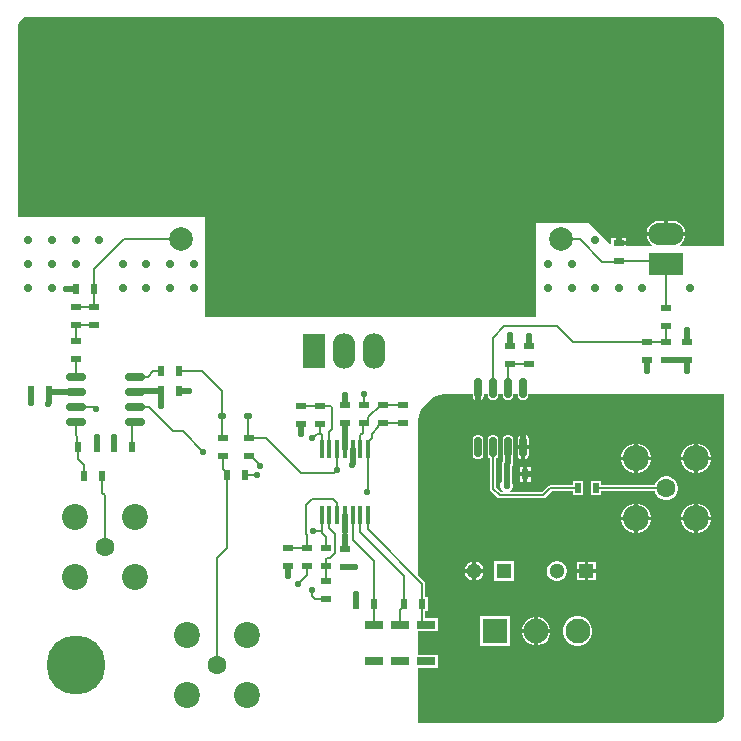
<source format=gtl>
G04*
G04 #@! TF.GenerationSoftware,Altium Limited,Altium Designer,21.9.1 (22)*
G04*
G04 Layer_Physical_Order=1*
G04 Layer_Color=255*
%FSAX44Y44*%
%MOMM*%
G71*
G04*
G04 #@! TF.SameCoordinates,0D14A302-91A5-4368-AE17-AEAA60D505F3*
G04*
G04*
G04 #@! TF.FilePolarity,Positive*
G04*
G01*
G75*
%ADD12C,0.2000*%
%ADD29C,2.1000*%
%ADD36C,2.2000*%
%ADD40R,0.9500X0.6000*%
%ADD41R,0.6000X0.9500*%
G04:AMPARAMS|DCode=42|XSize=0.6mm|YSize=1.7mm|CornerRadius=0.15mm|HoleSize=0mm|Usage=FLASHONLY|Rotation=0.000|XOffset=0mm|YOffset=0mm|HoleType=Round|Shape=RoundedRectangle|*
%AMROUNDEDRECTD42*
21,1,0.6000,1.4000,0,0,0.0*
21,1,0.3000,1.7000,0,0,0.0*
1,1,0.3000,0.1500,-0.7000*
1,1,0.3000,-0.1500,-0.7000*
1,1,0.3000,-0.1500,0.7000*
1,1,0.3000,0.1500,0.7000*
%
%ADD42ROUNDEDRECTD42*%
G04:AMPARAMS|DCode=43|XSize=0.6mm|YSize=1.7mm|CornerRadius=0.15mm|HoleSize=0mm|Usage=FLASHONLY|Rotation=270.000|XOffset=0mm|YOffset=0mm|HoleType=Round|Shape=RoundedRectangle|*
%AMROUNDEDRECTD43*
21,1,0.6000,1.4000,0,0,270.0*
21,1,0.3000,1.7000,0,0,270.0*
1,1,0.3000,-0.7000,-0.1500*
1,1,0.3000,-0.7000,0.1500*
1,1,0.3000,0.7000,0.1500*
1,1,0.3000,0.7000,-0.1500*
%
%ADD43ROUNDEDRECTD43*%
G04:AMPARAMS|DCode=44|XSize=0.6mm|YSize=0.5mm|CornerRadius=0.125mm|HoleSize=0mm|Usage=FLASHONLY|Rotation=180.000|XOffset=0mm|YOffset=0mm|HoleType=Round|Shape=RoundedRectangle|*
%AMROUNDEDRECTD44*
21,1,0.6000,0.2500,0,0,180.0*
21,1,0.3500,0.5000,0,0,180.0*
1,1,0.2500,-0.1750,0.1250*
1,1,0.2500,0.1750,0.1250*
1,1,0.2500,0.1750,-0.1250*
1,1,0.2500,-0.1750,-0.1250*
%
%ADD44ROUNDEDRECTD44*%
%ADD45O,0.4000X1.6000*%
%ADD46R,1.6500X0.8000*%
%ADD47C,0.5000*%
%ADD48C,0.0889*%
%ADD49C,5.0000*%
%ADD50C,1.6000*%
%ADD51C,2.0000*%
%ADD52O,3.0000X1.9000*%
%ADD53R,3.0000X1.9000*%
%ADD54R,1.9000X3.0000*%
%ADD55O,1.9000X3.0000*%
%ADD56R,1.3000X1.3000*%
%ADD57C,1.3000*%
%ADD58R,2.1000X2.1000*%
%ADD59C,0.7000*%
%ADD60C,0.5400*%
G36*
X00592625Y00598654D02*
X00594263Y00597976D01*
X00595737Y00596991D01*
X00596991Y00595737D01*
X00597976Y00594263D01*
X00598654Y00592625D01*
X00599000Y00590886D01*
Y00590000D01*
Y00405000D01*
X00562102D01*
X00561671Y00406270D01*
X00563345Y00407555D01*
X00565108Y00409853D01*
X00566217Y00412528D01*
X00566397Y00413900D01*
X00550000D01*
X00533603D01*
X00533783Y00412528D01*
X00534892Y00409853D01*
X00536655Y00407555D01*
X00538329Y00406270D01*
X00537898Y00405000D01*
X00516250D01*
Y00406250D01*
X00510000D01*
Y00407750D01*
X00508500D01*
Y00412250D01*
X00503750D01*
Y00406909D01*
X00502577Y00406423D01*
X00484000Y00425000D01*
X00440000D01*
Y00345000D01*
X00160000D01*
Y00430000D01*
X00001000D01*
Y00590000D01*
Y00590886D01*
X00001346Y00592625D01*
X00002024Y00594263D01*
X00003009Y00595737D01*
X00004263Y00596991D01*
X00005737Y00597976D01*
X00007375Y00598654D01*
X00009114Y00599000D01*
X00590886D01*
X00592625Y00598654D01*
D02*
G37*
G36*
X00392450Y00274941D02*
X00393620Y00275174D01*
X00394613Y00275837D01*
X00395276Y00276829D01*
X00395509Y00278000D01*
Y00280000D01*
X00399326D01*
Y00278000D01*
X00399541Y00276919D01*
X00400153Y00276003D01*
X00401069Y00275391D01*
X00402150Y00275176D01*
X00405150D01*
X00406231Y00275391D01*
X00407147Y00276003D01*
X00407759Y00276919D01*
X00407974Y00278000D01*
Y00280000D01*
X00412026D01*
Y00278000D01*
X00412241Y00276919D01*
X00412853Y00276003D01*
X00413769Y00275391D01*
X00414850Y00275176D01*
X00417850D01*
X00418931Y00275391D01*
X00419847Y00276003D01*
X00420459Y00276919D01*
X00420674Y00278000D01*
Y00280000D01*
X00424726D01*
Y00278000D01*
X00424941Y00276919D01*
X00425553Y00276003D01*
X00426469Y00275391D01*
X00427550Y00275176D01*
X00430550D01*
X00431631Y00275391D01*
X00432547Y00276003D01*
X00433159Y00276919D01*
X00433374Y00278000D01*
Y00280000D01*
X00599000D01*
Y00010000D01*
Y00009114D01*
X00598654Y00007375D01*
X00597976Y00005737D01*
X00596991Y00004263D01*
X00595737Y00003009D01*
X00594263Y00002024D01*
X00592625Y00001346D01*
X00590886Y00001000D01*
X00340000D01*
Y00048230D01*
X00356520D01*
Y00058770D01*
X00340000D01*
Y00079230D01*
X00356520D01*
Y00089770D01*
X00346299D01*
Y00095980D01*
X00348020D01*
Y00108020D01*
X00346299D01*
Y00119250D01*
X00346105Y00120225D01*
X00345552Y00121052D01*
X00340000Y00126605D01*
Y00254600D01*
Y00257102D01*
X00340976Y00262009D01*
X00342891Y00266631D01*
X00345671Y00270791D01*
X00349208Y00274329D01*
X00353369Y00277109D01*
X00357991Y00279024D01*
X00362898Y00280000D01*
X00386391D01*
Y00278000D01*
X00386624Y00276829D01*
X00387287Y00275837D01*
X00388279Y00275174D01*
X00389450Y00274941D01*
Y00285000D01*
X00392450D01*
Y00274941D01*
D02*
G37*
%LPC*%
G36*
X00555500Y00426495D02*
X00551500D01*
Y00416900D01*
X00566397D01*
X00566217Y00418272D01*
X00565108Y00420947D01*
X00563345Y00423245D01*
X00561047Y00425009D01*
X00558372Y00426117D01*
X00555500Y00426495D01*
D02*
G37*
G36*
X00548500D02*
X00544500D01*
X00541628Y00426117D01*
X00538952Y00425009D01*
X00536655Y00423245D01*
X00534892Y00420947D01*
X00533783Y00418272D01*
X00533603Y00416900D01*
X00548500D01*
Y00426495D01*
D02*
G37*
G36*
X00516250Y00412250D02*
X00511500D01*
Y00409250D01*
X00516250D01*
Y00412250D01*
D02*
G37*
G36*
X00430550Y00245059D02*
Y00236500D01*
X00433609D01*
Y00242000D01*
X00433376Y00243171D01*
X00432713Y00244163D01*
X00431721Y00244826D01*
X00430550Y00245059D01*
D02*
G37*
G36*
X00427550D02*
X00426380Y00244826D01*
X00425387Y00244163D01*
X00424724Y00243171D01*
X00424491Y00242000D01*
Y00236500D01*
X00427550D01*
Y00245059D01*
D02*
G37*
G36*
X00577046Y00237900D02*
X00576900D01*
Y00226900D01*
X00587900D01*
Y00227046D01*
X00587048Y00230225D01*
X00585402Y00233075D01*
X00583075Y00235403D01*
X00580225Y00237048D01*
X00577046Y00237900D01*
D02*
G37*
G36*
X00573900D02*
X00573754D01*
X00570575Y00237048D01*
X00567725Y00235403D01*
X00565397Y00233075D01*
X00563752Y00230225D01*
X00562900Y00227046D01*
Y00226900D01*
X00573900D01*
Y00237900D01*
D02*
G37*
G36*
X00526246D02*
X00526100D01*
Y00226900D01*
X00537100D01*
Y00227046D01*
X00536248Y00230225D01*
X00534603Y00233075D01*
X00532275Y00235403D01*
X00529425Y00237048D01*
X00526246Y00237900D01*
D02*
G37*
G36*
X00523100D02*
X00522954D01*
X00519775Y00237048D01*
X00516925Y00235403D01*
X00514598Y00233075D01*
X00512952Y00230225D01*
X00512100Y00227046D01*
Y00226900D01*
X00523100D01*
Y00237900D01*
D02*
G37*
G36*
X00392450Y00244824D02*
X00389450D01*
X00388369Y00244609D01*
X00387453Y00243997D01*
X00386841Y00243081D01*
X00386626Y00242000D01*
Y00228000D01*
X00386841Y00226919D01*
X00387453Y00226003D01*
X00388369Y00225391D01*
X00389450Y00225176D01*
X00392450D01*
X00393531Y00225391D01*
X00394447Y00226003D01*
X00395059Y00226919D01*
X00395274Y00228000D01*
Y00242000D01*
X00395059Y00243081D01*
X00394447Y00243997D01*
X00393531Y00244609D01*
X00392450Y00244824D01*
D02*
G37*
G36*
X00433609Y00233500D02*
X00430550D01*
Y00224941D01*
X00431721Y00225174D01*
X00432713Y00225837D01*
X00433376Y00226829D01*
X00433609Y00228000D01*
Y00233500D01*
D02*
G37*
G36*
X00427550D02*
X00424491D01*
Y00228000D01*
X00424724Y00226829D01*
X00425387Y00225837D01*
X00426380Y00225174D01*
X00427550Y00224941D01*
Y00233500D01*
D02*
G37*
G36*
X00435250Y00218250D02*
X00432250D01*
Y00213500D01*
X00435250D01*
Y00218250D01*
D02*
G37*
G36*
X00429250D02*
X00426250D01*
Y00213500D01*
X00429250D01*
Y00218250D01*
D02*
G37*
G36*
X00587900Y00223900D02*
X00576900D01*
Y00212900D01*
X00577046D01*
X00580225Y00213752D01*
X00583075Y00215397D01*
X00585402Y00217725D01*
X00587048Y00220575D01*
X00587900Y00223754D01*
Y00223900D01*
D02*
G37*
G36*
X00573900D02*
X00562900D01*
Y00223754D01*
X00563752Y00220575D01*
X00565397Y00217725D01*
X00567725Y00215397D01*
X00570575Y00213752D01*
X00573754Y00212900D01*
X00573900D01*
Y00223900D01*
D02*
G37*
G36*
X00537100Y00223900D02*
X00526100D01*
Y00212900D01*
X00526246D01*
X00529425Y00213752D01*
X00532275Y00215397D01*
X00534603Y00217725D01*
X00536248Y00220575D01*
X00537100Y00223754D01*
Y00223900D01*
D02*
G37*
G36*
X00523100D02*
X00512100D01*
Y00223754D01*
X00512952Y00220575D01*
X00514598Y00217725D01*
X00516925Y00215397D01*
X00519775Y00213752D01*
X00522954Y00212900D01*
X00523100D01*
Y00223900D01*
D02*
G37*
G36*
X00435250Y00210500D02*
X00432250D01*
Y00205750D01*
X00435250D01*
Y00210500D01*
D02*
G37*
G36*
X00429250D02*
X00426250D01*
Y00205750D01*
X00429250D01*
Y00210500D01*
D02*
G37*
G36*
X00551316Y00210000D02*
X00548684D01*
X00546140Y00209319D01*
X00543860Y00208002D01*
X00541998Y00206140D01*
X00540681Y00203860D01*
X00540330Y00202549D01*
X00495020D01*
Y00206020D01*
X00486480D01*
Y00193980D01*
X00495020D01*
Y00197451D01*
X00540330D01*
X00540681Y00196140D01*
X00541998Y00193860D01*
X00543860Y00191998D01*
X00546140Y00190681D01*
X00548684Y00190000D01*
X00551316D01*
X00553860Y00190681D01*
X00556140Y00191998D01*
X00558002Y00193860D01*
X00559319Y00196140D01*
X00560000Y00198683D01*
Y00201317D01*
X00559319Y00203860D01*
X00558002Y00206140D01*
X00556140Y00208002D01*
X00553860Y00209319D01*
X00551316Y00210000D01*
D02*
G37*
G36*
X00417850Y00244824D02*
X00414850D01*
X00413769Y00244609D01*
X00412853Y00243997D01*
X00412241Y00243081D01*
X00412026Y00242000D01*
Y00228000D01*
X00412241Y00226919D01*
X00412272Y00226873D01*
Y00222942D01*
X00411482Y00221761D01*
X00411172Y00220200D01*
X00411172Y00220200D01*
Y00218020D01*
X00410980D01*
Y00205980D01*
X00410980D01*
X00410558Y00204968D01*
X00409760Y00203042D01*
Y00200958D01*
X00410558Y00199032D01*
X00411771Y00197819D01*
X00411418Y00196605D01*
X00411381Y00196549D01*
X00410056D01*
X00406199Y00200406D01*
Y00225384D01*
X00406231Y00225391D01*
X00407147Y00226003D01*
X00407759Y00226919D01*
X00407974Y00228000D01*
Y00242000D01*
X00407759Y00243081D01*
X00407147Y00243997D01*
X00406231Y00244609D01*
X00405150Y00244824D01*
X00402150D01*
X00401069Y00244609D01*
X00400153Y00243997D01*
X00399541Y00243081D01*
X00399326Y00242000D01*
Y00228000D01*
X00399541Y00226919D01*
X00400153Y00226003D01*
X00401069Y00225391D01*
X00401101Y00225384D01*
Y00199350D01*
X00401295Y00198375D01*
X00401848Y00197548D01*
X00407198Y00192198D01*
X00408024Y00191645D01*
X00409000Y00191451D01*
X00446000D01*
X00446976Y00191645D01*
X00447802Y00192198D01*
X00453056Y00197451D01*
X00470980D01*
Y00193980D01*
X00479520D01*
Y00206020D01*
X00470980D01*
Y00202549D01*
X00452000D01*
X00451025Y00202355D01*
X00450198Y00201802D01*
X00444944Y00196549D01*
X00418619D01*
X00418582Y00196605D01*
X00418229Y00197819D01*
X00419442Y00199032D01*
X00420240Y00200958D01*
Y00203042D01*
X00419545Y00204720D01*
X00419520Y00205980D01*
X00419520Y00205980D01*
X00419520Y00205980D01*
Y00218020D01*
X00419520Y00218020D01*
X00419520D01*
X00419520Y00218020D01*
X00419753Y00219193D01*
X00420118Y00219739D01*
X00420428Y00221300D01*
Y00226873D01*
X00420459Y00226919D01*
X00420674Y00228000D01*
Y00242000D01*
X00420459Y00243081D01*
X00419847Y00243997D01*
X00418931Y00244609D01*
X00417850Y00244824D01*
D02*
G37*
G36*
X00577046Y00187100D02*
X00576900D01*
Y00176100D01*
X00587900D01*
Y00176246D01*
X00587048Y00179425D01*
X00585402Y00182275D01*
X00583075Y00184603D01*
X00580225Y00186248D01*
X00577046Y00187100D01*
D02*
G37*
G36*
X00573900D02*
X00573754D01*
X00570575Y00186248D01*
X00567725Y00184603D01*
X00565397Y00182275D01*
X00563752Y00179425D01*
X00562900Y00176246D01*
Y00176100D01*
X00573900D01*
Y00187100D01*
D02*
G37*
G36*
X00526246D02*
X00526100D01*
Y00176100D01*
X00537100D01*
Y00176246D01*
X00536248Y00179425D01*
X00534603Y00182275D01*
X00532275Y00184603D01*
X00529425Y00186248D01*
X00526246Y00187100D01*
D02*
G37*
G36*
X00523100D02*
X00522954D01*
X00519775Y00186248D01*
X00516925Y00184603D01*
X00514598Y00182275D01*
X00512952Y00179425D01*
X00512100Y00176246D01*
Y00176100D01*
X00523100D01*
Y00187100D01*
D02*
G37*
G36*
X00587900Y00173100D02*
X00576900D01*
Y00162100D01*
X00577046D01*
X00580225Y00162952D01*
X00583075Y00164597D01*
X00585402Y00166925D01*
X00587048Y00169775D01*
X00587900Y00172954D01*
Y00173100D01*
D02*
G37*
G36*
X00573900D02*
X00562900D01*
Y00172954D01*
X00563752Y00169775D01*
X00565397Y00166925D01*
X00567725Y00164597D01*
X00570575Y00162952D01*
X00573754Y00162100D01*
X00573900D01*
Y00173100D01*
D02*
G37*
G36*
X00537100Y00173100D02*
X00526100D01*
Y00162100D01*
X00526246D01*
X00529425Y00162952D01*
X00532275Y00164597D01*
X00534603Y00166925D01*
X00536248Y00169775D01*
X00537100Y00172954D01*
Y00173100D01*
D02*
G37*
G36*
X00523100D02*
X00512100D01*
Y00172954D01*
X00512952Y00169775D01*
X00514598Y00166925D01*
X00516925Y00164597D01*
X00519775Y00162952D01*
X00522954Y00162100D01*
X00523100D01*
Y00173100D01*
D02*
G37*
G36*
X00490500Y00138000D02*
X00484000D01*
Y00131500D01*
X00490500D01*
Y00138000D01*
D02*
G37*
G36*
X00481000D02*
X00474500D01*
Y00131500D01*
X00481000D01*
Y00138000D01*
D02*
G37*
G36*
X00389000Y00137880D02*
Y00131500D01*
X00395380D01*
X00394955Y00133088D01*
X00393902Y00134912D01*
X00392412Y00136402D01*
X00390588Y00137455D01*
X00389000Y00137880D01*
D02*
G37*
G36*
X00386000D02*
X00384412Y00137455D01*
X00382588Y00136402D01*
X00381098Y00134912D01*
X00380045Y00133088D01*
X00379620Y00131500D01*
X00386000D01*
Y00137880D01*
D02*
G37*
G36*
X00395380Y00128500D02*
X00389000D01*
Y00122120D01*
X00390588Y00122545D01*
X00392412Y00123598D01*
X00393902Y00125088D01*
X00394955Y00126912D01*
X00395380Y00128500D01*
D02*
G37*
G36*
X00386000D02*
X00379620D01*
X00380045Y00126912D01*
X00381098Y00125088D01*
X00382588Y00123598D01*
X00384412Y00122545D01*
X00386000Y00122120D01*
Y00128500D01*
D02*
G37*
G36*
X00490500D02*
X00484000D01*
Y00122000D01*
X00490500D01*
Y00128500D01*
D02*
G37*
G36*
X00481000D02*
X00474500D01*
Y00122000D01*
X00481000D01*
Y00128500D01*
D02*
G37*
G36*
X00458619Y00138500D02*
X00456381D01*
X00454219Y00137921D01*
X00452281Y00136802D01*
X00450698Y00135219D01*
X00449579Y00133281D01*
X00449000Y00131119D01*
Y00128881D01*
X00449579Y00126719D01*
X00450698Y00124781D01*
X00452281Y00123198D01*
X00454219Y00122079D01*
X00456381Y00121500D01*
X00458619D01*
X00460781Y00122079D01*
X00462719Y00123198D01*
X00464302Y00124781D01*
X00465421Y00126719D01*
X00466000Y00128881D01*
Y00131119D01*
X00465421Y00133281D01*
X00464302Y00135219D01*
X00462719Y00136802D01*
X00460781Y00137921D01*
X00458619Y00138500D01*
D02*
G37*
G36*
X00421000D02*
X00404000D01*
Y00121500D01*
X00421000D01*
Y00138500D01*
D02*
G37*
G36*
X00441580Y00091001D02*
X00441500D01*
Y00080501D01*
X00452000D01*
Y00080581D01*
X00451182Y00083633D01*
X00449602Y00086369D01*
X00447368Y00088603D01*
X00444632Y00090183D01*
X00441580Y00091001D01*
D02*
G37*
G36*
X00438500D02*
X00438420D01*
X00435368Y00090183D01*
X00432632Y00088603D01*
X00430397Y00086369D01*
X00428818Y00083633D01*
X00428000Y00080581D01*
Y00080501D01*
X00438500D01*
Y00091001D01*
D02*
G37*
G36*
X00452000Y00077501D02*
X00441500D01*
Y00067001D01*
X00441580D01*
X00444632Y00067819D01*
X00447368Y00069398D01*
X00449602Y00071633D01*
X00451182Y00074369D01*
X00452000Y00077421D01*
Y00077501D01*
D02*
G37*
G36*
X00438500D02*
X00428000D01*
Y00077421D01*
X00428818Y00074369D01*
X00430397Y00071633D01*
X00432632Y00069398D01*
X00435368Y00067819D01*
X00438420Y00067001D01*
X00438500D01*
Y00077501D01*
D02*
G37*
G36*
X00476646Y00091501D02*
X00473354D01*
X00470175Y00090649D01*
X00467325Y00089003D01*
X00464997Y00086676D01*
X00463352Y00083826D01*
X00462500Y00080646D01*
Y00077355D01*
X00463352Y00074176D01*
X00464997Y00071326D01*
X00467325Y00068998D01*
X00470175Y00067353D01*
X00473354Y00066501D01*
X00476646D01*
X00479825Y00067353D01*
X00482675Y00068998D01*
X00485002Y00071326D01*
X00486648Y00074176D01*
X00487500Y00077355D01*
Y00080646D01*
X00486648Y00083826D01*
X00485002Y00086676D01*
X00482675Y00089003D01*
X00479825Y00090649D01*
X00476646Y00091501D01*
D02*
G37*
G36*
X00417500D02*
X00392500D01*
Y00066501D01*
X00417500D01*
Y00091501D01*
D02*
G37*
%LPD*%
D12*
X00310000Y00270750D02*
X00327000D01*
X00308250D02*
X00310000D01*
Y00255250D02*
X00327000D01*
X00238000Y00119000D02*
X00246000Y00127000D01*
Y00134250D01*
X00064430Y00268650D02*
X00066080Y00267000D01*
X00067000D01*
X00050000Y00268650D02*
X00064430D01*
X00490750Y00200000D02*
X00550000D01*
X00446000Y00194000D02*
X00452000Y00200000D01*
X00475250D01*
X00409000Y00194000D02*
X00446000D01*
X00403650Y00199350D02*
Y00235000D01*
Y00199350D02*
X00409000Y00194000D01*
X00416350Y00285000D02*
Y00303600D01*
X00418000Y00305250D01*
X00434000D01*
X00403650Y00285000D02*
Y00327650D01*
X00413000Y00337000D01*
X00458000D01*
X00471250Y00323750D02*
X00534000D01*
X00458000Y00337000D02*
X00471250Y00323750D01*
X00534000D02*
X00550000D01*
Y00337250D01*
Y00352750D02*
Y00390000D01*
X00547750Y00392250D02*
X00550000Y00390000D01*
X00510000Y00392250D02*
X00547750D01*
X00496000Y00392000D02*
X00509750D01*
X00510000Y00392250D01*
X00477000Y00411000D02*
X00496000Y00392000D01*
X00461000Y00411000D02*
X00477000D01*
X00100000Y00268650D02*
X00112350D01*
X00132675Y00248325D02*
X00140675D01*
X00112350Y00268650D02*
X00132675Y00248325D01*
X00140675D02*
X00158000Y00231000D01*
X00258500Y00164000D02*
Y00177000D01*
Y00162500D02*
Y00164000D01*
X00251000D02*
X00258500D01*
X00244760Y00185760D02*
X00250000Y00191000D01*
X00246000Y00149750D02*
Y00160175D01*
X00244760Y00161415D02*
X00246000Y00160175D01*
X00244760Y00161415D02*
Y00185760D01*
X00343750Y00087500D02*
Y00102000D01*
Y00087500D02*
X00346750Y00084500D01*
X00347000D01*
X00297500Y00165500D02*
X00343750Y00119250D01*
Y00102000D02*
Y00119250D01*
X00297500Y00165500D02*
Y00177000D01*
X00291000Y00163000D02*
Y00177000D01*
X00328250Y00102000D02*
Y00125750D01*
X00291000Y00163000D02*
X00328250Y00125750D01*
X00325000Y00097000D02*
X00328250Y00100250D01*
Y00102000D01*
X00325000Y00084500D02*
Y00097000D01*
X00302750Y00102000D02*
X00303000Y00101750D01*
Y00084500D02*
Y00101750D01*
X00302750Y00102000D02*
Y00138250D01*
X00284500Y00156500D02*
X00302750Y00138250D01*
X00284500Y00156500D02*
Y00177000D01*
X00250000Y00191000D02*
X00268000D01*
X00271500Y00187500D01*
Y00177000D02*
Y00187500D01*
X00230000Y00149750D02*
X00246000D01*
X00262000Y00134250D02*
Y00139828D01*
X00263172Y00141000D01*
X00265243D01*
X00269750Y00145507D01*
Y00161250D01*
X00265000Y00166000D02*
X00269750Y00161250D01*
X00265000Y00166000D02*
Y00177000D01*
X00258500Y00162500D02*
X00262000Y00159000D01*
Y00149750D02*
Y00159000D01*
Y00121750D02*
Y00134250D01*
X00250000Y00109172D02*
X00252922Y00106250D01*
X00262000D01*
X00250000Y00109172D02*
Y00114000D01*
X00297250Y00232750D02*
X00297500Y00233000D01*
X00297250Y00197250D02*
Y00232750D01*
X00297000Y00197000D02*
X00297250Y00197250D01*
X00271500Y00215500D02*
Y00233000D01*
X00269000Y00213000D02*
X00271500Y00215500D01*
X00294000Y00270750D02*
Y00280000D01*
X00306250Y00251500D02*
Y00253250D01*
X00301000Y00246250D02*
X00306250Y00251500D01*
X00301000Y00242571D02*
Y00246250D01*
X00308250Y00255250D02*
X00310000D01*
X00306250Y00253250D02*
X00308250Y00255250D01*
X00297500Y00233000D02*
Y00239071D01*
X00301000Y00242571D01*
X00294750Y00254250D02*
X00297750Y00257250D01*
X00293000Y00254250D02*
X00294750D01*
X00297750Y00260250D02*
X00308250Y00270750D01*
X00297750Y00257250D02*
Y00260250D01*
X00293000Y00247000D02*
Y00254250D01*
X00291000Y00233000D02*
Y00245000D01*
X00293000Y00247000D01*
X00257750Y00246250D02*
X00258500Y00245500D01*
X00257000Y00247000D02*
X00257750Y00246250D01*
X00250920Y00243000D02*
X00254170Y00246250D01*
X00250000Y00243000D02*
X00250920D01*
X00254170Y00246250D02*
X00257750D01*
X00258500Y00233000D02*
Y00245500D01*
X00257000Y00247000D02*
Y00254250D01*
X00241000Y00269750D02*
X00257000D01*
X00265828D02*
X00267000Y00268578D01*
X00257000Y00269750D02*
X00265828D01*
X00267000Y00250000D02*
Y00268578D01*
X00265000Y00248000D02*
X00267000Y00250000D01*
X00265000Y00233000D02*
Y00248000D01*
X00211250Y00242750D02*
X00241000Y00213000D01*
X00269000D01*
X00197000Y00242750D02*
X00211250D01*
X00170000Y00050000D02*
Y00141000D01*
X00178250Y00149250D02*
Y00211000D01*
X00170000Y00141000D02*
X00178250Y00149250D01*
X00196000Y00243750D02*
X00197000Y00242750D01*
X00196000Y00243750D02*
Y00261000D01*
X00198750Y00227250D02*
X00205349Y00220651D01*
X00197000Y00227250D02*
X00198750D01*
X00205349Y00219650D02*
Y00220651D01*
Y00219650D02*
X00206000Y00219000D01*
X00193750Y00211000D02*
X00204000D01*
X00175000Y00216000D02*
Y00227250D01*
Y00216000D02*
X00178250Y00212750D01*
Y00211000D02*
Y00212750D01*
X00174000Y00243750D02*
X00175000Y00242750D01*
X00174000Y00243750D02*
Y00261000D01*
X00157000Y00299000D02*
X00174000Y00282000D01*
Y00261000D02*
Y00282000D01*
X00137750Y00299000D02*
X00157000D01*
X00116000D02*
X00122250D01*
X00111050Y00294050D02*
X00116000Y00299000D01*
X00100000Y00294050D02*
X00111050D01*
X00091000Y00411000D02*
X00139000D01*
X00065750Y00385750D02*
X00091000Y00411000D01*
X00065750Y00369000D02*
Y00385750D01*
X00066000Y00353750D02*
Y00368750D01*
X00065750Y00369000D02*
X00066000Y00368750D01*
X00050000Y00353750D02*
X00066000D01*
X00050000Y00338250D02*
X00066000D01*
X00050000Y00324750D02*
Y00338250D01*
X00050000Y00338250D02*
X00050000Y00338250D01*
Y00294050D02*
Y00309250D01*
X00098000Y00253988D02*
X00099962Y00255950D01*
X00098000Y00246000D02*
Y00253988D01*
X00099962Y00255950D02*
X00100000D01*
X00097750Y00245750D02*
X00098000Y00246000D01*
X00097750Y00235000D02*
Y00245750D01*
X00050000Y00245000D02*
Y00255950D01*
X00051155Y00236095D02*
Y00243845D01*
Y00236095D02*
X00052250Y00235000D01*
X00050000Y00245000D02*
X00051155Y00243845D01*
X00052250Y00224750D02*
Y00235000D01*
X00057250Y00210000D02*
Y00219750D01*
X00052250Y00224750D02*
X00057250Y00219750D01*
X00072750Y00196250D02*
Y00210000D01*
X00075000Y00150000D02*
Y00194000D01*
X00072750Y00196250D02*
X00075000Y00194000D01*
D29*
X00440000Y00079001D02*
D03*
X00475000D02*
D03*
D36*
X00524600Y00174600D02*
D03*
X00575400D02*
D03*
Y00225400D02*
D03*
X00524600D02*
D03*
X00049600Y00124600D02*
D03*
X00100400D02*
D03*
Y00175400D02*
D03*
X00049600D02*
D03*
X00144600Y00024600D02*
D03*
X00195400D02*
D03*
Y00075400D02*
D03*
X00144600D02*
D03*
D40*
X00327000Y00255250D02*
D03*
Y00270750D02*
D03*
X00175000Y00227250D02*
D03*
Y00242750D02*
D03*
X00568000Y00323750D02*
D03*
Y00308250D02*
D03*
X00418000Y00320750D02*
D03*
Y00305250D02*
D03*
X00550000Y00308250D02*
D03*
Y00323750D02*
D03*
X00066000Y00338250D02*
D03*
Y00353750D02*
D03*
X00550000Y00352750D02*
D03*
Y00337250D02*
D03*
X00050000Y00309250D02*
D03*
Y00324750D02*
D03*
X00050000Y00338250D02*
D03*
Y00353750D02*
D03*
X00510000Y00407750D02*
D03*
Y00392250D02*
D03*
X00434000Y00305250D02*
D03*
Y00320750D02*
D03*
X00534000Y00323750D02*
D03*
Y00308250D02*
D03*
X00241000Y00254250D02*
D03*
Y00269750D02*
D03*
X00257000D02*
D03*
Y00254250D02*
D03*
X00246000Y00134250D02*
D03*
Y00149750D02*
D03*
X00310000Y00255250D02*
D03*
Y00270750D02*
D03*
X00262000Y00149750D02*
D03*
Y00134250D02*
D03*
X00294000Y00255250D02*
D03*
Y00270750D02*
D03*
X00262000Y00121750D02*
D03*
Y00106250D02*
D03*
X00197000Y00227250D02*
D03*
Y00242750D02*
D03*
X00230000Y00149750D02*
D03*
Y00134250D02*
D03*
X00278000Y00270750D02*
D03*
Y00255250D02*
D03*
Y00133250D02*
D03*
Y00148750D02*
D03*
D41*
X00178250Y00211000D02*
D03*
X00193750D02*
D03*
X00490750Y00200000D02*
D03*
X00475250D02*
D03*
X00072750Y00210000D02*
D03*
X00057250D02*
D03*
X00050250Y00369000D02*
D03*
X00065750D02*
D03*
X00097750Y00235000D02*
D03*
X00082250D02*
D03*
X00052250D02*
D03*
X00067750D02*
D03*
X00122250Y00299000D02*
D03*
X00137750D02*
D03*
X00343750Y00102000D02*
D03*
X00328250D02*
D03*
X00137750Y00282000D02*
D03*
X00122250D02*
D03*
X00012250D02*
D03*
X00027750D02*
D03*
X00302750Y00102000D02*
D03*
X00287250D02*
D03*
X00430750Y00212000D02*
D03*
X00415250D02*
D03*
D42*
X00429050Y00285000D02*
D03*
X00416350D02*
D03*
X00403650D02*
D03*
X00390950D02*
D03*
X00429050Y00235000D02*
D03*
X00416350D02*
D03*
X00403650D02*
D03*
X00390950D02*
D03*
D43*
X00100000Y00255950D02*
D03*
Y00268650D02*
D03*
Y00281350D02*
D03*
Y00294050D02*
D03*
X00050000Y00255950D02*
D03*
Y00268650D02*
D03*
Y00281350D02*
D03*
Y00294050D02*
D03*
D44*
X00174000Y00261000D02*
D03*
X00196000D02*
D03*
D45*
X00297500Y00233000D02*
D03*
X00291000D02*
D03*
X00284500D02*
D03*
X00278000D02*
D03*
X00271500D02*
D03*
X00265000D02*
D03*
X00258500D02*
D03*
X00297500Y00177000D02*
D03*
X00291000D02*
D03*
X00284500D02*
D03*
X00278000D02*
D03*
X00271500D02*
D03*
X00265000D02*
D03*
X00258500D02*
D03*
D46*
X00325000Y00084500D02*
D03*
Y00053500D02*
D03*
X00347000D02*
D03*
Y00084500D02*
D03*
X00303000D02*
D03*
Y00053500D02*
D03*
D47*
X00429025Y00235025D02*
X00429050Y00235000D01*
X00429025Y00235025D02*
Y00248975D01*
X00429000Y00249000D02*
X00429025Y00248975D01*
X00390950Y00285000D02*
X00390975Y00284975D01*
Y00270025D02*
X00391000Y00270000D01*
X00390975Y00270025D02*
Y00284975D01*
X00510000Y00407750D02*
Y00416000D01*
X00042000Y00369000D02*
X00050250D01*
X00012000Y00272108D02*
X00012250Y00272358D01*
Y00282000D01*
X00012000Y00272000D02*
Y00272108D01*
X00067750Y00235000D02*
Y00243250D01*
X00082250Y00235000D02*
Y00243250D01*
X00137750Y00282000D02*
X00146000D01*
X00230000Y00126000D02*
Y00134250D01*
X00287250Y00102000D02*
Y00110250D01*
X00278000Y00133250D02*
X00286250D01*
X00284000Y00220000D02*
Y00220108D01*
X00284500Y00220608D01*
Y00233000D01*
X00284500Y00233000D01*
X00241000Y00246000D02*
Y00254250D01*
X00278000Y00270750D02*
Y00279000D01*
X00416350Y00221300D02*
Y00235000D01*
X00415250Y00212000D02*
Y00220200D01*
X00416350Y00221300D01*
X00415000Y00202000D02*
Y00202108D01*
X00415250Y00202358D02*
Y00212000D01*
X00415000Y00202108D02*
X00415250Y00202358D01*
X00430750Y00212000D02*
X00442000D01*
X00434000Y00320750D02*
Y00329000D01*
X00418000Y00320750D02*
Y00330000D01*
X00534000Y00299000D02*
Y00308250D01*
X00568000Y00323750D02*
Y00334000D01*
Y00299000D02*
Y00308250D01*
X00550000D02*
X00568000D01*
X00278000Y00162875D02*
Y00177000D01*
Y00148750D02*
Y00160000D01*
Y00233000D02*
Y00247000D01*
Y00255250D01*
X00122000Y00270108D02*
X00122250Y00270358D01*
X00122000Y00270000D02*
Y00270108D01*
X00122250Y00270358D02*
Y00282000D01*
X00105500Y00281350D02*
X00106150Y00282000D01*
X00122250D01*
X00100000Y00281350D02*
X00105500D01*
X00027750Y00281850D02*
Y00282000D01*
Y00271858D02*
Y00281850D01*
X00027000Y00271108D02*
X00027750Y00271858D01*
X00027000Y00271000D02*
Y00271108D01*
X00028250Y00281350D02*
X00050000D01*
X00027750Y00281850D02*
X00028250Y00281350D01*
D48*
X00278000Y00160000D02*
Y00162875D01*
D49*
X00550000Y00050000D02*
D03*
X00050000D02*
D03*
X00550000Y00550000D02*
D03*
X00050000D02*
D03*
D50*
X00550000Y00200000D02*
D03*
X00075000Y00150000D02*
D03*
X00170000Y00050000D02*
D03*
D51*
X00461000Y00411000D02*
D03*
Y00453000D02*
D03*
X00419000Y00411000D02*
D03*
X00181000D02*
D03*
X00139000Y00453000D02*
D03*
Y00411000D02*
D03*
D52*
X00550000Y00415400D02*
D03*
D53*
Y00390000D02*
D03*
D54*
X00251600Y00316000D02*
D03*
D55*
X00277000D02*
D03*
X00302400D02*
D03*
D56*
X00412500Y00130000D02*
D03*
X00482500D02*
D03*
D57*
X00387500D02*
D03*
X00457500D02*
D03*
D58*
X00405000Y00079001D02*
D03*
D59*
X00570002Y00510001D02*
D03*
Y00490001D02*
D03*
Y00470001D02*
D03*
Y00450001D02*
D03*
Y00430001D02*
D03*
Y00410001D02*
D03*
Y00370001D02*
D03*
X00550002Y00510001D02*
D03*
Y00490001D02*
D03*
Y00470001D02*
D03*
Y00450001D02*
D03*
Y00430001D02*
D03*
X00530002Y00510001D02*
D03*
Y00490001D02*
D03*
Y00470001D02*
D03*
Y00450001D02*
D03*
Y00430001D02*
D03*
Y00410001D02*
D03*
Y00370001D02*
D03*
X00510002Y00570001D02*
D03*
Y00550001D02*
D03*
Y00530001D02*
D03*
Y00510001D02*
D03*
Y00490001D02*
D03*
Y00470001D02*
D03*
Y00450001D02*
D03*
Y00430001D02*
D03*
Y00370001D02*
D03*
X00490002Y00570001D02*
D03*
Y00550001D02*
D03*
Y00530001D02*
D03*
Y00510001D02*
D03*
Y00490001D02*
D03*
Y00470001D02*
D03*
Y00450001D02*
D03*
Y00430001D02*
D03*
Y00410001D02*
D03*
Y00370001D02*
D03*
X00470002Y00570001D02*
D03*
Y00550001D02*
D03*
Y00530001D02*
D03*
Y00510001D02*
D03*
Y00490001D02*
D03*
Y00470001D02*
D03*
Y00430001D02*
D03*
Y00390001D02*
D03*
Y00370001D02*
D03*
X00450002Y00570001D02*
D03*
Y00550001D02*
D03*
Y00530001D02*
D03*
Y00510001D02*
D03*
Y00490001D02*
D03*
Y00470001D02*
D03*
Y00430001D02*
D03*
Y00390001D02*
D03*
Y00370001D02*
D03*
X00430002Y00570001D02*
D03*
Y00550001D02*
D03*
Y00530001D02*
D03*
Y00510001D02*
D03*
Y00490001D02*
D03*
Y00470001D02*
D03*
Y00450001D02*
D03*
Y00430001D02*
D03*
Y00390001D02*
D03*
Y00370001D02*
D03*
X00410002Y00570001D02*
D03*
Y00550001D02*
D03*
Y00530001D02*
D03*
Y00510001D02*
D03*
Y00490001D02*
D03*
Y00470001D02*
D03*
Y00450001D02*
D03*
Y00430001D02*
D03*
Y00390001D02*
D03*
Y00370001D02*
D03*
X00390002Y00570001D02*
D03*
Y00550001D02*
D03*
Y00530001D02*
D03*
Y00510001D02*
D03*
Y00490001D02*
D03*
Y00470001D02*
D03*
Y00450001D02*
D03*
Y00430001D02*
D03*
Y00410001D02*
D03*
Y00390001D02*
D03*
Y00370001D02*
D03*
X00370001Y00570001D02*
D03*
Y00550001D02*
D03*
Y00530001D02*
D03*
Y00510001D02*
D03*
Y00490001D02*
D03*
Y00470001D02*
D03*
Y00450001D02*
D03*
Y00430001D02*
D03*
Y00410001D02*
D03*
Y00390001D02*
D03*
Y00370001D02*
D03*
X00350001Y00570001D02*
D03*
Y00550001D02*
D03*
Y00530001D02*
D03*
Y00510001D02*
D03*
Y00490001D02*
D03*
Y00470001D02*
D03*
Y00450001D02*
D03*
Y00430001D02*
D03*
Y00410001D02*
D03*
Y00390001D02*
D03*
Y00370001D02*
D03*
X00330001Y00570001D02*
D03*
Y00550001D02*
D03*
Y00530001D02*
D03*
Y00510001D02*
D03*
Y00490001D02*
D03*
Y00470001D02*
D03*
Y00450001D02*
D03*
Y00430001D02*
D03*
Y00410001D02*
D03*
Y00390001D02*
D03*
Y00370001D02*
D03*
X00310002Y00570001D02*
D03*
Y00550001D02*
D03*
Y00530001D02*
D03*
Y00510001D02*
D03*
Y00490001D02*
D03*
Y00470001D02*
D03*
Y00450001D02*
D03*
Y00430001D02*
D03*
Y00410001D02*
D03*
Y00390001D02*
D03*
Y00370001D02*
D03*
X00290002Y00570001D02*
D03*
Y00550001D02*
D03*
Y00530001D02*
D03*
Y00510001D02*
D03*
Y00490001D02*
D03*
Y00470001D02*
D03*
Y00450001D02*
D03*
Y00430001D02*
D03*
Y00410001D02*
D03*
Y00390001D02*
D03*
Y00370001D02*
D03*
X00270002Y00570001D02*
D03*
Y00550001D02*
D03*
Y00530001D02*
D03*
Y00510001D02*
D03*
Y00490001D02*
D03*
Y00470001D02*
D03*
Y00450001D02*
D03*
Y00430001D02*
D03*
Y00410001D02*
D03*
Y00390001D02*
D03*
Y00370001D02*
D03*
X00250002Y00570001D02*
D03*
Y00550001D02*
D03*
Y00530001D02*
D03*
Y00510001D02*
D03*
Y00490001D02*
D03*
Y00470001D02*
D03*
Y00450001D02*
D03*
Y00430001D02*
D03*
Y00410001D02*
D03*
Y00390001D02*
D03*
Y00370001D02*
D03*
X00230002Y00570001D02*
D03*
Y00550001D02*
D03*
Y00530001D02*
D03*
Y00510001D02*
D03*
Y00490001D02*
D03*
Y00470001D02*
D03*
Y00450001D02*
D03*
Y00430001D02*
D03*
Y00410001D02*
D03*
Y00390001D02*
D03*
Y00370001D02*
D03*
X00210002Y00570001D02*
D03*
Y00550001D02*
D03*
Y00530001D02*
D03*
Y00510001D02*
D03*
Y00490001D02*
D03*
Y00470001D02*
D03*
Y00450001D02*
D03*
Y00430001D02*
D03*
Y00410001D02*
D03*
Y00390001D02*
D03*
Y00370001D02*
D03*
X00190001Y00570001D02*
D03*
Y00550001D02*
D03*
Y00530001D02*
D03*
Y00510001D02*
D03*
Y00490001D02*
D03*
Y00470001D02*
D03*
Y00450001D02*
D03*
Y00430001D02*
D03*
Y00390001D02*
D03*
Y00370001D02*
D03*
X00170001Y00570001D02*
D03*
Y00550001D02*
D03*
Y00530001D02*
D03*
Y00510001D02*
D03*
Y00490001D02*
D03*
Y00470001D02*
D03*
Y00450001D02*
D03*
Y00430001D02*
D03*
Y00390001D02*
D03*
Y00370001D02*
D03*
X00150001Y00570001D02*
D03*
Y00550001D02*
D03*
Y00530001D02*
D03*
Y00510001D02*
D03*
Y00490001D02*
D03*
Y00470001D02*
D03*
Y00390001D02*
D03*
Y00370001D02*
D03*
X00130001Y00570001D02*
D03*
Y00550001D02*
D03*
Y00530001D02*
D03*
Y00510001D02*
D03*
Y00490001D02*
D03*
Y00470001D02*
D03*
Y00390001D02*
D03*
Y00370001D02*
D03*
X00110001Y00570001D02*
D03*
Y00550001D02*
D03*
Y00530001D02*
D03*
Y00510001D02*
D03*
Y00490001D02*
D03*
Y00470001D02*
D03*
Y00450001D02*
D03*
Y00390001D02*
D03*
Y00370001D02*
D03*
X00090001Y00570001D02*
D03*
Y00550001D02*
D03*
Y00530001D02*
D03*
Y00510001D02*
D03*
Y00490001D02*
D03*
Y00470001D02*
D03*
Y00450001D02*
D03*
Y00390001D02*
D03*
Y00370001D02*
D03*
X00070001Y00510001D02*
D03*
Y00490001D02*
D03*
Y00470001D02*
D03*
Y00450001D02*
D03*
Y00410001D02*
D03*
X00050001Y00510001D02*
D03*
Y00490001D02*
D03*
Y00470001D02*
D03*
Y00450001D02*
D03*
Y00410001D02*
D03*
Y00390001D02*
D03*
X00030001Y00510001D02*
D03*
Y00490001D02*
D03*
Y00470001D02*
D03*
Y00450001D02*
D03*
Y00410001D02*
D03*
Y00390001D02*
D03*
Y00370001D02*
D03*
X00010001Y00570001D02*
D03*
Y00550001D02*
D03*
Y00530001D02*
D03*
Y00510001D02*
D03*
Y00490001D02*
D03*
Y00470001D02*
D03*
Y00450001D02*
D03*
Y00410001D02*
D03*
Y00390001D02*
D03*
Y00370001D02*
D03*
D60*
X00238000Y00119000D02*
D03*
X00067000Y00267000D02*
D03*
X00429000Y00249000D02*
D03*
X00391000Y00270000D02*
D03*
X00510000Y00416000D02*
D03*
X00042000Y00369000D02*
D03*
X00012000Y00272000D02*
D03*
X00067750Y00243250D02*
D03*
X00082250D02*
D03*
X00146000Y00282000D02*
D03*
X00230000Y00126000D02*
D03*
X00287250Y00110250D02*
D03*
X00286250Y00133250D02*
D03*
X00284000Y00220000D02*
D03*
X00241000Y00246000D02*
D03*
X00278000Y00279000D02*
D03*
X00415000Y00202000D02*
D03*
X00442000Y00212000D02*
D03*
X00434000Y00329000D02*
D03*
X00418000Y00330000D02*
D03*
X00534000Y00299000D02*
D03*
X00568000Y00334000D02*
D03*
Y00299000D02*
D03*
X00158000Y00231000D02*
D03*
X00251000Y00164000D02*
D03*
X00278000Y00160000D02*
D03*
X00250000Y00114000D02*
D03*
X00297000Y00197000D02*
D03*
X00271500Y00215500D02*
D03*
X00294000Y00280000D02*
D03*
X00250000Y00243000D02*
D03*
X00278000Y00247000D02*
D03*
X00206000Y00219000D02*
D03*
X00204000Y00211000D02*
D03*
X00122000Y00270000D02*
D03*
X00027000Y00271000D02*
D03*
M02*

</source>
